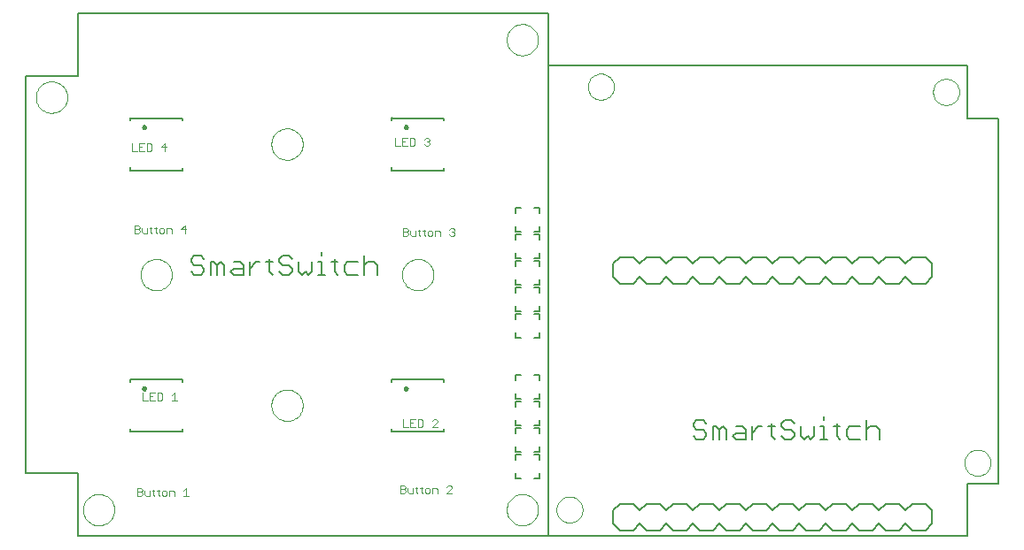
<source format=gto>
G75*
%MOIN*%
%OFA0B0*%
%FSLAX24Y24*%
%IPPOS*%
%LPD*%
%AMOC8*
5,1,8,0,0,1.08239X$1,22.5*
%
%ADD10C,0.0000*%
%ADD11C,0.0020*%
%ADD12C,0.0080*%
%ADD13C,0.0060*%
%ADD14C,0.0098*%
%ADD15C,0.0050*%
D10*
X002665Y001484D02*
X002667Y001532D01*
X002673Y001580D01*
X002683Y001627D01*
X002696Y001673D01*
X002714Y001718D01*
X002734Y001762D01*
X002759Y001804D01*
X002787Y001843D01*
X002817Y001880D01*
X002851Y001914D01*
X002888Y001946D01*
X002926Y001975D01*
X002967Y002000D01*
X003010Y002022D01*
X003055Y002040D01*
X003101Y002054D01*
X003148Y002065D01*
X003196Y002072D01*
X003244Y002075D01*
X003292Y002074D01*
X003340Y002069D01*
X003388Y002060D01*
X003434Y002048D01*
X003479Y002031D01*
X003523Y002011D01*
X003565Y001988D01*
X003605Y001961D01*
X003643Y001931D01*
X003678Y001898D01*
X003710Y001862D01*
X003740Y001824D01*
X003766Y001783D01*
X003788Y001740D01*
X003808Y001696D01*
X003823Y001651D01*
X003835Y001604D01*
X003843Y001556D01*
X003847Y001508D01*
X003847Y001460D01*
X003843Y001412D01*
X003835Y001364D01*
X003823Y001317D01*
X003808Y001272D01*
X003788Y001228D01*
X003766Y001185D01*
X003740Y001144D01*
X003710Y001106D01*
X003678Y001070D01*
X003643Y001037D01*
X003605Y001007D01*
X003565Y000980D01*
X003523Y000957D01*
X003479Y000937D01*
X003434Y000920D01*
X003388Y000908D01*
X003340Y000899D01*
X003292Y000894D01*
X003244Y000893D01*
X003196Y000896D01*
X003148Y000903D01*
X003101Y000914D01*
X003055Y000928D01*
X003010Y000946D01*
X002967Y000968D01*
X002926Y000993D01*
X002888Y001022D01*
X002851Y001054D01*
X002817Y001088D01*
X002787Y001125D01*
X002759Y001164D01*
X002734Y001206D01*
X002714Y001250D01*
X002696Y001295D01*
X002683Y001341D01*
X002673Y001388D01*
X002667Y001436D01*
X002665Y001484D01*
X009752Y005421D02*
X009754Y005469D01*
X009760Y005517D01*
X009770Y005564D01*
X009783Y005610D01*
X009801Y005655D01*
X009821Y005699D01*
X009846Y005741D01*
X009874Y005780D01*
X009904Y005817D01*
X009938Y005851D01*
X009975Y005883D01*
X010013Y005912D01*
X010054Y005937D01*
X010097Y005959D01*
X010142Y005977D01*
X010188Y005991D01*
X010235Y006002D01*
X010283Y006009D01*
X010331Y006012D01*
X010379Y006011D01*
X010427Y006006D01*
X010475Y005997D01*
X010521Y005985D01*
X010566Y005968D01*
X010610Y005948D01*
X010652Y005925D01*
X010692Y005898D01*
X010730Y005868D01*
X010765Y005835D01*
X010797Y005799D01*
X010827Y005761D01*
X010853Y005720D01*
X010875Y005677D01*
X010895Y005633D01*
X010910Y005588D01*
X010922Y005541D01*
X010930Y005493D01*
X010934Y005445D01*
X010934Y005397D01*
X010930Y005349D01*
X010922Y005301D01*
X010910Y005254D01*
X010895Y005209D01*
X010875Y005165D01*
X010853Y005122D01*
X010827Y005081D01*
X010797Y005043D01*
X010765Y005007D01*
X010730Y004974D01*
X010692Y004944D01*
X010652Y004917D01*
X010610Y004894D01*
X010566Y004874D01*
X010521Y004857D01*
X010475Y004845D01*
X010427Y004836D01*
X010379Y004831D01*
X010331Y004830D01*
X010283Y004833D01*
X010235Y004840D01*
X010188Y004851D01*
X010142Y004865D01*
X010097Y004883D01*
X010054Y004905D01*
X010013Y004930D01*
X009975Y004959D01*
X009938Y004991D01*
X009904Y005025D01*
X009874Y005062D01*
X009846Y005101D01*
X009821Y005143D01*
X009801Y005187D01*
X009783Y005232D01*
X009770Y005278D01*
X009760Y005325D01*
X009754Y005373D01*
X009752Y005421D01*
X004830Y010343D02*
X004832Y010391D01*
X004838Y010439D01*
X004848Y010486D01*
X004861Y010532D01*
X004879Y010577D01*
X004899Y010621D01*
X004924Y010663D01*
X004952Y010702D01*
X004982Y010739D01*
X005016Y010773D01*
X005053Y010805D01*
X005091Y010834D01*
X005132Y010859D01*
X005175Y010881D01*
X005220Y010899D01*
X005266Y010913D01*
X005313Y010924D01*
X005361Y010931D01*
X005409Y010934D01*
X005457Y010933D01*
X005505Y010928D01*
X005553Y010919D01*
X005599Y010907D01*
X005644Y010890D01*
X005688Y010870D01*
X005730Y010847D01*
X005770Y010820D01*
X005808Y010790D01*
X005843Y010757D01*
X005875Y010721D01*
X005905Y010683D01*
X005931Y010642D01*
X005953Y010599D01*
X005973Y010555D01*
X005988Y010510D01*
X006000Y010463D01*
X006008Y010415D01*
X006012Y010367D01*
X006012Y010319D01*
X006008Y010271D01*
X006000Y010223D01*
X005988Y010176D01*
X005973Y010131D01*
X005953Y010087D01*
X005931Y010044D01*
X005905Y010003D01*
X005875Y009965D01*
X005843Y009929D01*
X005808Y009896D01*
X005770Y009866D01*
X005730Y009839D01*
X005688Y009816D01*
X005644Y009796D01*
X005599Y009779D01*
X005553Y009767D01*
X005505Y009758D01*
X005457Y009753D01*
X005409Y009752D01*
X005361Y009755D01*
X005313Y009762D01*
X005266Y009773D01*
X005220Y009787D01*
X005175Y009805D01*
X005132Y009827D01*
X005091Y009852D01*
X005053Y009881D01*
X005016Y009913D01*
X004982Y009947D01*
X004952Y009984D01*
X004924Y010023D01*
X004899Y010065D01*
X004879Y010109D01*
X004861Y010154D01*
X004848Y010200D01*
X004838Y010247D01*
X004832Y010295D01*
X004830Y010343D01*
X009752Y015264D02*
X009754Y015312D01*
X009760Y015360D01*
X009770Y015407D01*
X009783Y015453D01*
X009801Y015498D01*
X009821Y015542D01*
X009846Y015584D01*
X009874Y015623D01*
X009904Y015660D01*
X009938Y015694D01*
X009975Y015726D01*
X010013Y015755D01*
X010054Y015780D01*
X010097Y015802D01*
X010142Y015820D01*
X010188Y015834D01*
X010235Y015845D01*
X010283Y015852D01*
X010331Y015855D01*
X010379Y015854D01*
X010427Y015849D01*
X010475Y015840D01*
X010521Y015828D01*
X010566Y015811D01*
X010610Y015791D01*
X010652Y015768D01*
X010692Y015741D01*
X010730Y015711D01*
X010765Y015678D01*
X010797Y015642D01*
X010827Y015604D01*
X010853Y015563D01*
X010875Y015520D01*
X010895Y015476D01*
X010910Y015431D01*
X010922Y015384D01*
X010930Y015336D01*
X010934Y015288D01*
X010934Y015240D01*
X010930Y015192D01*
X010922Y015144D01*
X010910Y015097D01*
X010895Y015052D01*
X010875Y015008D01*
X010853Y014965D01*
X010827Y014924D01*
X010797Y014886D01*
X010765Y014850D01*
X010730Y014817D01*
X010692Y014787D01*
X010652Y014760D01*
X010610Y014737D01*
X010566Y014717D01*
X010521Y014700D01*
X010475Y014688D01*
X010427Y014679D01*
X010379Y014674D01*
X010331Y014673D01*
X010283Y014676D01*
X010235Y014683D01*
X010188Y014694D01*
X010142Y014708D01*
X010097Y014726D01*
X010054Y014748D01*
X010013Y014773D01*
X009975Y014802D01*
X009938Y014834D01*
X009904Y014868D01*
X009874Y014905D01*
X009846Y014944D01*
X009821Y014986D01*
X009801Y015030D01*
X009783Y015075D01*
X009770Y015121D01*
X009760Y015168D01*
X009754Y015216D01*
X009752Y015264D01*
X000893Y017035D02*
X000895Y017083D01*
X000901Y017131D01*
X000911Y017178D01*
X000924Y017224D01*
X000942Y017269D01*
X000962Y017313D01*
X000987Y017355D01*
X001015Y017394D01*
X001045Y017431D01*
X001079Y017465D01*
X001116Y017497D01*
X001154Y017526D01*
X001195Y017551D01*
X001238Y017573D01*
X001283Y017591D01*
X001329Y017605D01*
X001376Y017616D01*
X001424Y017623D01*
X001472Y017626D01*
X001520Y017625D01*
X001568Y017620D01*
X001616Y017611D01*
X001662Y017599D01*
X001707Y017582D01*
X001751Y017562D01*
X001793Y017539D01*
X001833Y017512D01*
X001871Y017482D01*
X001906Y017449D01*
X001938Y017413D01*
X001968Y017375D01*
X001994Y017334D01*
X002016Y017291D01*
X002036Y017247D01*
X002051Y017202D01*
X002063Y017155D01*
X002071Y017107D01*
X002075Y017059D01*
X002075Y017011D01*
X002071Y016963D01*
X002063Y016915D01*
X002051Y016868D01*
X002036Y016823D01*
X002016Y016779D01*
X001994Y016736D01*
X001968Y016695D01*
X001938Y016657D01*
X001906Y016621D01*
X001871Y016588D01*
X001833Y016558D01*
X001793Y016531D01*
X001751Y016508D01*
X001707Y016488D01*
X001662Y016471D01*
X001616Y016459D01*
X001568Y016450D01*
X001520Y016445D01*
X001472Y016444D01*
X001424Y016447D01*
X001376Y016454D01*
X001329Y016465D01*
X001283Y016479D01*
X001238Y016497D01*
X001195Y016519D01*
X001154Y016544D01*
X001116Y016573D01*
X001079Y016605D01*
X001045Y016639D01*
X001015Y016676D01*
X000987Y016715D01*
X000962Y016757D01*
X000942Y016801D01*
X000924Y016846D01*
X000911Y016892D01*
X000901Y016939D01*
X000895Y016987D01*
X000893Y017035D01*
X014673Y010343D02*
X014675Y010391D01*
X014681Y010439D01*
X014691Y010486D01*
X014704Y010532D01*
X014722Y010577D01*
X014742Y010621D01*
X014767Y010663D01*
X014795Y010702D01*
X014825Y010739D01*
X014859Y010773D01*
X014896Y010805D01*
X014934Y010834D01*
X014975Y010859D01*
X015018Y010881D01*
X015063Y010899D01*
X015109Y010913D01*
X015156Y010924D01*
X015204Y010931D01*
X015252Y010934D01*
X015300Y010933D01*
X015348Y010928D01*
X015396Y010919D01*
X015442Y010907D01*
X015487Y010890D01*
X015531Y010870D01*
X015573Y010847D01*
X015613Y010820D01*
X015651Y010790D01*
X015686Y010757D01*
X015718Y010721D01*
X015748Y010683D01*
X015774Y010642D01*
X015796Y010599D01*
X015816Y010555D01*
X015831Y010510D01*
X015843Y010463D01*
X015851Y010415D01*
X015855Y010367D01*
X015855Y010319D01*
X015851Y010271D01*
X015843Y010223D01*
X015831Y010176D01*
X015816Y010131D01*
X015796Y010087D01*
X015774Y010044D01*
X015748Y010003D01*
X015718Y009965D01*
X015686Y009929D01*
X015651Y009896D01*
X015613Y009866D01*
X015573Y009839D01*
X015531Y009816D01*
X015487Y009796D01*
X015442Y009779D01*
X015396Y009767D01*
X015348Y009758D01*
X015300Y009753D01*
X015252Y009752D01*
X015204Y009755D01*
X015156Y009762D01*
X015109Y009773D01*
X015063Y009787D01*
X015018Y009805D01*
X014975Y009827D01*
X014934Y009852D01*
X014896Y009881D01*
X014859Y009913D01*
X014825Y009947D01*
X014795Y009984D01*
X014767Y010023D01*
X014742Y010065D01*
X014722Y010109D01*
X014704Y010154D01*
X014691Y010200D01*
X014681Y010247D01*
X014675Y010295D01*
X014673Y010343D01*
X021662Y017429D02*
X021664Y017473D01*
X021670Y017517D01*
X021680Y017560D01*
X021693Y017602D01*
X021711Y017642D01*
X021732Y017681D01*
X021756Y017718D01*
X021783Y017753D01*
X021814Y017785D01*
X021847Y017814D01*
X021883Y017840D01*
X021921Y017862D01*
X021961Y017881D01*
X022002Y017897D01*
X022045Y017909D01*
X022088Y017917D01*
X022132Y017921D01*
X022176Y017921D01*
X022220Y017917D01*
X022263Y017909D01*
X022306Y017897D01*
X022347Y017881D01*
X022387Y017862D01*
X022425Y017840D01*
X022461Y017814D01*
X022494Y017785D01*
X022525Y017753D01*
X022552Y017718D01*
X022576Y017681D01*
X022597Y017642D01*
X022615Y017602D01*
X022628Y017560D01*
X022638Y017517D01*
X022644Y017473D01*
X022646Y017429D01*
X022644Y017385D01*
X022638Y017341D01*
X022628Y017298D01*
X022615Y017256D01*
X022597Y017216D01*
X022576Y017177D01*
X022552Y017140D01*
X022525Y017105D01*
X022494Y017073D01*
X022461Y017044D01*
X022425Y017018D01*
X022387Y016996D01*
X022347Y016977D01*
X022306Y016961D01*
X022263Y016949D01*
X022220Y016941D01*
X022176Y016937D01*
X022132Y016937D01*
X022088Y016941D01*
X022045Y016949D01*
X022002Y016961D01*
X021961Y016977D01*
X021921Y016996D01*
X021883Y017018D01*
X021847Y017044D01*
X021814Y017073D01*
X021783Y017105D01*
X021756Y017140D01*
X021732Y017177D01*
X021711Y017216D01*
X021693Y017256D01*
X021680Y017298D01*
X021670Y017341D01*
X021664Y017385D01*
X021662Y017429D01*
X018610Y019201D02*
X018612Y019249D01*
X018618Y019297D01*
X018628Y019344D01*
X018641Y019390D01*
X018659Y019435D01*
X018679Y019479D01*
X018704Y019521D01*
X018732Y019560D01*
X018762Y019597D01*
X018796Y019631D01*
X018833Y019663D01*
X018871Y019692D01*
X018912Y019717D01*
X018955Y019739D01*
X019000Y019757D01*
X019046Y019771D01*
X019093Y019782D01*
X019141Y019789D01*
X019189Y019792D01*
X019237Y019791D01*
X019285Y019786D01*
X019333Y019777D01*
X019379Y019765D01*
X019424Y019748D01*
X019468Y019728D01*
X019510Y019705D01*
X019550Y019678D01*
X019588Y019648D01*
X019623Y019615D01*
X019655Y019579D01*
X019685Y019541D01*
X019711Y019500D01*
X019733Y019457D01*
X019753Y019413D01*
X019768Y019368D01*
X019780Y019321D01*
X019788Y019273D01*
X019792Y019225D01*
X019792Y019177D01*
X019788Y019129D01*
X019780Y019081D01*
X019768Y019034D01*
X019753Y018989D01*
X019733Y018945D01*
X019711Y018902D01*
X019685Y018861D01*
X019655Y018823D01*
X019623Y018787D01*
X019588Y018754D01*
X019550Y018724D01*
X019510Y018697D01*
X019468Y018674D01*
X019424Y018654D01*
X019379Y018637D01*
X019333Y018625D01*
X019285Y018616D01*
X019237Y018611D01*
X019189Y018610D01*
X019141Y018613D01*
X019093Y018620D01*
X019046Y018631D01*
X019000Y018645D01*
X018955Y018663D01*
X018912Y018685D01*
X018871Y018710D01*
X018833Y018739D01*
X018796Y018771D01*
X018762Y018805D01*
X018732Y018842D01*
X018704Y018881D01*
X018679Y018923D01*
X018659Y018967D01*
X018641Y019012D01*
X018628Y019058D01*
X018618Y019105D01*
X018612Y019153D01*
X018610Y019201D01*
X034654Y017232D02*
X034656Y017276D01*
X034662Y017320D01*
X034672Y017363D01*
X034685Y017405D01*
X034703Y017445D01*
X034724Y017484D01*
X034748Y017521D01*
X034775Y017556D01*
X034806Y017588D01*
X034839Y017617D01*
X034875Y017643D01*
X034913Y017665D01*
X034953Y017684D01*
X034994Y017700D01*
X035037Y017712D01*
X035080Y017720D01*
X035124Y017724D01*
X035168Y017724D01*
X035212Y017720D01*
X035255Y017712D01*
X035298Y017700D01*
X035339Y017684D01*
X035379Y017665D01*
X035417Y017643D01*
X035453Y017617D01*
X035486Y017588D01*
X035517Y017556D01*
X035544Y017521D01*
X035568Y017484D01*
X035589Y017445D01*
X035607Y017405D01*
X035620Y017363D01*
X035630Y017320D01*
X035636Y017276D01*
X035638Y017232D01*
X035636Y017188D01*
X035630Y017144D01*
X035620Y017101D01*
X035607Y017059D01*
X035589Y017019D01*
X035568Y016980D01*
X035544Y016943D01*
X035517Y016908D01*
X035486Y016876D01*
X035453Y016847D01*
X035417Y016821D01*
X035379Y016799D01*
X035339Y016780D01*
X035298Y016764D01*
X035255Y016752D01*
X035212Y016744D01*
X035168Y016740D01*
X035124Y016740D01*
X035080Y016744D01*
X035037Y016752D01*
X034994Y016764D01*
X034953Y016780D01*
X034913Y016799D01*
X034875Y016821D01*
X034839Y016847D01*
X034806Y016876D01*
X034775Y016908D01*
X034748Y016943D01*
X034724Y016980D01*
X034703Y017019D01*
X034685Y017059D01*
X034672Y017101D01*
X034662Y017144D01*
X034656Y017188D01*
X034654Y017232D01*
X035835Y003256D02*
X035837Y003300D01*
X035843Y003344D01*
X035853Y003387D01*
X035866Y003429D01*
X035884Y003469D01*
X035905Y003508D01*
X035929Y003545D01*
X035956Y003580D01*
X035987Y003612D01*
X036020Y003641D01*
X036056Y003667D01*
X036094Y003689D01*
X036134Y003708D01*
X036175Y003724D01*
X036218Y003736D01*
X036261Y003744D01*
X036305Y003748D01*
X036349Y003748D01*
X036393Y003744D01*
X036436Y003736D01*
X036479Y003724D01*
X036520Y003708D01*
X036560Y003689D01*
X036598Y003667D01*
X036634Y003641D01*
X036667Y003612D01*
X036698Y003580D01*
X036725Y003545D01*
X036749Y003508D01*
X036770Y003469D01*
X036788Y003429D01*
X036801Y003387D01*
X036811Y003344D01*
X036817Y003300D01*
X036819Y003256D01*
X036817Y003212D01*
X036811Y003168D01*
X036801Y003125D01*
X036788Y003083D01*
X036770Y003043D01*
X036749Y003004D01*
X036725Y002967D01*
X036698Y002932D01*
X036667Y002900D01*
X036634Y002871D01*
X036598Y002845D01*
X036560Y002823D01*
X036520Y002804D01*
X036479Y002788D01*
X036436Y002776D01*
X036393Y002768D01*
X036349Y002764D01*
X036305Y002764D01*
X036261Y002768D01*
X036218Y002776D01*
X036175Y002788D01*
X036134Y002804D01*
X036094Y002823D01*
X036056Y002845D01*
X036020Y002871D01*
X035987Y002900D01*
X035956Y002932D01*
X035929Y002967D01*
X035905Y003004D01*
X035884Y003043D01*
X035866Y003083D01*
X035853Y003125D01*
X035843Y003168D01*
X035837Y003212D01*
X035835Y003256D01*
X020480Y001484D02*
X020482Y001528D01*
X020488Y001572D01*
X020498Y001615D01*
X020511Y001657D01*
X020529Y001697D01*
X020550Y001736D01*
X020574Y001773D01*
X020601Y001808D01*
X020632Y001840D01*
X020665Y001869D01*
X020701Y001895D01*
X020739Y001917D01*
X020779Y001936D01*
X020820Y001952D01*
X020863Y001964D01*
X020906Y001972D01*
X020950Y001976D01*
X020994Y001976D01*
X021038Y001972D01*
X021081Y001964D01*
X021124Y001952D01*
X021165Y001936D01*
X021205Y001917D01*
X021243Y001895D01*
X021279Y001869D01*
X021312Y001840D01*
X021343Y001808D01*
X021370Y001773D01*
X021394Y001736D01*
X021415Y001697D01*
X021433Y001657D01*
X021446Y001615D01*
X021456Y001572D01*
X021462Y001528D01*
X021464Y001484D01*
X021462Y001440D01*
X021456Y001396D01*
X021446Y001353D01*
X021433Y001311D01*
X021415Y001271D01*
X021394Y001232D01*
X021370Y001195D01*
X021343Y001160D01*
X021312Y001128D01*
X021279Y001099D01*
X021243Y001073D01*
X021205Y001051D01*
X021165Y001032D01*
X021124Y001016D01*
X021081Y001004D01*
X021038Y000996D01*
X020994Y000992D01*
X020950Y000992D01*
X020906Y000996D01*
X020863Y001004D01*
X020820Y001016D01*
X020779Y001032D01*
X020739Y001051D01*
X020701Y001073D01*
X020665Y001099D01*
X020632Y001128D01*
X020601Y001160D01*
X020574Y001195D01*
X020550Y001232D01*
X020529Y001271D01*
X020511Y001311D01*
X020498Y001353D01*
X020488Y001396D01*
X020482Y001440D01*
X020480Y001484D01*
X018610Y001484D02*
X018612Y001532D01*
X018618Y001580D01*
X018628Y001627D01*
X018641Y001673D01*
X018659Y001718D01*
X018679Y001762D01*
X018704Y001804D01*
X018732Y001843D01*
X018762Y001880D01*
X018796Y001914D01*
X018833Y001946D01*
X018871Y001975D01*
X018912Y002000D01*
X018955Y002022D01*
X019000Y002040D01*
X019046Y002054D01*
X019093Y002065D01*
X019141Y002072D01*
X019189Y002075D01*
X019237Y002074D01*
X019285Y002069D01*
X019333Y002060D01*
X019379Y002048D01*
X019424Y002031D01*
X019468Y002011D01*
X019510Y001988D01*
X019550Y001961D01*
X019588Y001931D01*
X019623Y001898D01*
X019655Y001862D01*
X019685Y001824D01*
X019711Y001783D01*
X019733Y001740D01*
X019753Y001696D01*
X019768Y001651D01*
X019780Y001604D01*
X019788Y001556D01*
X019792Y001508D01*
X019792Y001460D01*
X019788Y001412D01*
X019780Y001364D01*
X019768Y001317D01*
X019753Y001272D01*
X019733Y001228D01*
X019711Y001185D01*
X019685Y001144D01*
X019655Y001106D01*
X019623Y001070D01*
X019588Y001037D01*
X019550Y001007D01*
X019510Y000980D01*
X019468Y000957D01*
X019424Y000937D01*
X019379Y000920D01*
X019333Y000908D01*
X019285Y000899D01*
X019237Y000894D01*
X019189Y000893D01*
X019141Y000896D01*
X019093Y000903D01*
X019046Y000914D01*
X019000Y000928D01*
X018955Y000946D01*
X018912Y000968D01*
X018871Y000993D01*
X018833Y001022D01*
X018796Y001054D01*
X018762Y001088D01*
X018732Y001125D01*
X018704Y001164D01*
X018679Y001206D01*
X018659Y001250D01*
X018641Y001295D01*
X018628Y001341D01*
X018618Y001388D01*
X018612Y001436D01*
X018610Y001484D01*
D11*
X016546Y002110D02*
X016359Y002110D01*
X016546Y002297D01*
X016546Y002344D01*
X016500Y002390D01*
X016406Y002390D01*
X016359Y002344D01*
X015994Y002250D02*
X015994Y002110D01*
X015994Y002250D02*
X015947Y002297D01*
X015807Y002297D01*
X015807Y002110D01*
X015718Y002157D02*
X015718Y002250D01*
X015671Y002297D01*
X015577Y002297D01*
X015531Y002250D01*
X015531Y002157D01*
X015577Y002110D01*
X015671Y002110D01*
X015718Y002157D01*
X015440Y002110D02*
X015393Y002157D01*
X015393Y002344D01*
X015347Y002297D02*
X015440Y002297D01*
X015256Y002297D02*
X015162Y002297D01*
X015209Y002344D02*
X015209Y002157D01*
X015256Y002110D01*
X015073Y002110D02*
X015073Y002297D01*
X014886Y002297D02*
X014886Y002157D01*
X014933Y002110D01*
X015073Y002110D01*
X014797Y002157D02*
X014750Y002110D01*
X014610Y002110D01*
X014610Y002390D01*
X014750Y002390D01*
X014797Y002344D01*
X014797Y002297D01*
X014750Y002250D01*
X014610Y002250D01*
X014750Y002250D02*
X014797Y002203D01*
X014797Y002157D01*
X014710Y004610D02*
X014897Y004610D01*
X014986Y004610D02*
X015173Y004610D01*
X015262Y004610D02*
X015403Y004610D01*
X015449Y004657D01*
X015449Y004844D01*
X015403Y004890D01*
X015262Y004890D01*
X015262Y004610D01*
X015080Y004750D02*
X014986Y004750D01*
X014986Y004890D02*
X014986Y004610D01*
X014710Y004610D02*
X014710Y004890D01*
X014986Y004890D02*
X015173Y004890D01*
X015815Y004844D02*
X015862Y004890D01*
X015955Y004890D01*
X016002Y004844D01*
X016002Y004797D01*
X015815Y004610D01*
X016002Y004610D01*
X006646Y002010D02*
X006459Y002010D01*
X006553Y002010D02*
X006553Y002290D01*
X006459Y002197D01*
X006094Y002150D02*
X006094Y002010D01*
X006094Y002150D02*
X006047Y002197D01*
X005907Y002197D01*
X005907Y002010D01*
X005818Y002057D02*
X005771Y002010D01*
X005677Y002010D01*
X005631Y002057D01*
X005631Y002150D01*
X005677Y002197D01*
X005771Y002197D01*
X005818Y002150D01*
X005818Y002057D01*
X005540Y002010D02*
X005493Y002057D01*
X005493Y002244D01*
X005447Y002197D02*
X005540Y002197D01*
X005356Y002197D02*
X005262Y002197D01*
X005309Y002244D02*
X005309Y002057D01*
X005356Y002010D01*
X005173Y002010D02*
X005173Y002197D01*
X004986Y002197D02*
X004986Y002057D01*
X005033Y002010D01*
X005173Y002010D01*
X004897Y002057D02*
X004850Y002010D01*
X004710Y002010D01*
X004710Y002290D01*
X004850Y002290D01*
X004897Y002244D01*
X004897Y002197D01*
X004850Y002150D01*
X004710Y002150D01*
X004850Y002150D02*
X004897Y002103D01*
X004897Y002057D01*
X004910Y005610D02*
X005097Y005610D01*
X005186Y005610D02*
X005373Y005610D01*
X005462Y005610D02*
X005603Y005610D01*
X005649Y005657D01*
X005649Y005844D01*
X005603Y005890D01*
X005462Y005890D01*
X005462Y005610D01*
X005280Y005750D02*
X005186Y005750D01*
X005186Y005890D02*
X005186Y005610D01*
X004910Y005610D02*
X004910Y005890D01*
X005186Y005890D02*
X005373Y005890D01*
X006015Y005797D02*
X006108Y005890D01*
X006108Y005610D01*
X006015Y005610D02*
X006202Y005610D01*
X005994Y011910D02*
X005994Y012050D01*
X005947Y012097D01*
X005807Y012097D01*
X005807Y011910D01*
X005718Y011957D02*
X005718Y012050D01*
X005671Y012097D01*
X005577Y012097D01*
X005531Y012050D01*
X005531Y011957D01*
X005577Y011910D01*
X005671Y011910D01*
X005718Y011957D01*
X005440Y011910D02*
X005393Y011957D01*
X005393Y012144D01*
X005347Y012097D02*
X005440Y012097D01*
X005256Y012097D02*
X005162Y012097D01*
X005209Y012144D02*
X005209Y011957D01*
X005256Y011910D01*
X005073Y011910D02*
X005073Y012097D01*
X004886Y012097D02*
X004886Y011957D01*
X004933Y011910D01*
X005073Y011910D01*
X004797Y011957D02*
X004797Y012003D01*
X004750Y012050D01*
X004610Y012050D01*
X004610Y011910D02*
X004610Y012190D01*
X004750Y012190D01*
X004797Y012144D01*
X004797Y012097D01*
X004750Y012050D01*
X004797Y011957D02*
X004750Y011910D01*
X004610Y011910D01*
X006359Y012050D02*
X006546Y012050D01*
X006500Y011910D02*
X006500Y012190D01*
X006359Y012050D01*
X005755Y015010D02*
X005755Y015290D01*
X005615Y015150D01*
X005802Y015150D01*
X005249Y015057D02*
X005249Y015244D01*
X005203Y015290D01*
X005062Y015290D01*
X005062Y015010D01*
X005203Y015010D01*
X005249Y015057D01*
X004973Y015010D02*
X004786Y015010D01*
X004786Y015290D01*
X004973Y015290D01*
X004880Y015150D02*
X004786Y015150D01*
X004697Y015010D02*
X004510Y015010D01*
X004510Y015290D01*
X014410Y015210D02*
X014597Y015210D01*
X014686Y015210D02*
X014873Y015210D01*
X014962Y015210D02*
X015103Y015210D01*
X015149Y015257D01*
X015149Y015444D01*
X015103Y015490D01*
X014962Y015490D01*
X014962Y015210D01*
X014780Y015350D02*
X014686Y015350D01*
X014686Y015490D02*
X014686Y015210D01*
X014410Y015210D02*
X014410Y015490D01*
X014686Y015490D02*
X014873Y015490D01*
X015515Y015444D02*
X015562Y015490D01*
X015655Y015490D01*
X015702Y015444D01*
X015702Y015397D01*
X015655Y015350D01*
X015702Y015303D01*
X015702Y015257D01*
X015655Y015210D01*
X015562Y015210D01*
X015515Y015257D01*
X015608Y015350D02*
X015655Y015350D01*
X015493Y012044D02*
X015493Y011857D01*
X015540Y011810D01*
X015631Y011857D02*
X015677Y011810D01*
X015771Y011810D01*
X015818Y011857D01*
X015818Y011950D01*
X015771Y011997D01*
X015677Y011997D01*
X015631Y011950D01*
X015631Y011857D01*
X015540Y011997D02*
X015447Y011997D01*
X015356Y011997D02*
X015262Y011997D01*
X015309Y012044D02*
X015309Y011857D01*
X015356Y011810D01*
X015173Y011810D02*
X015173Y011997D01*
X014986Y011997D02*
X014986Y011857D01*
X015033Y011810D01*
X015173Y011810D01*
X014897Y011857D02*
X014850Y011810D01*
X014710Y011810D01*
X014710Y012090D01*
X014850Y012090D01*
X014897Y012044D01*
X014897Y011997D01*
X014850Y011950D01*
X014710Y011950D01*
X014850Y011950D02*
X014897Y011903D01*
X014897Y011857D01*
X015907Y011810D02*
X015907Y011997D01*
X016047Y011997D01*
X016094Y011950D01*
X016094Y011810D01*
X016459Y011857D02*
X016506Y011810D01*
X016600Y011810D01*
X016646Y011857D01*
X016646Y011903D01*
X016600Y011950D01*
X016553Y011950D01*
X016600Y011950D02*
X016646Y011997D01*
X016646Y012044D01*
X016600Y012090D01*
X016506Y012090D01*
X016459Y012044D01*
D12*
X002469Y002862D02*
X002469Y000500D01*
X035933Y000500D01*
X035933Y002469D01*
X037114Y002469D01*
X037114Y016248D01*
X035933Y016248D01*
X035933Y018217D01*
X020185Y018217D01*
X020185Y020185D01*
X002469Y020185D01*
X002469Y017823D01*
X000500Y017823D01*
X000500Y002862D01*
X002469Y002862D01*
X020185Y000500D02*
X020185Y018217D01*
X022875Y011000D02*
X022625Y010750D01*
X022625Y010250D01*
X022875Y010000D01*
X023375Y010000D01*
X023625Y010250D01*
X023875Y010000D01*
X024375Y010000D01*
X024625Y010250D01*
X024875Y010000D01*
X025375Y010000D01*
X025625Y010250D01*
X025875Y010000D01*
X026375Y010000D01*
X026625Y010250D01*
X026875Y010000D01*
X027375Y010000D01*
X027625Y010250D01*
X027875Y010000D01*
X028375Y010000D01*
X028625Y010250D01*
X028875Y010000D01*
X029375Y010000D01*
X029625Y010250D01*
X029875Y010000D01*
X030375Y010000D01*
X030625Y010250D01*
X030875Y010000D01*
X031375Y010000D01*
X031625Y010250D01*
X031875Y010000D01*
X032375Y010000D01*
X032625Y010250D01*
X032875Y010000D01*
X033375Y010000D01*
X033625Y010250D01*
X033875Y010000D01*
X034375Y010000D01*
X034625Y010250D01*
X034625Y010750D01*
X034375Y011000D01*
X033875Y011000D01*
X033625Y010750D01*
X033375Y011000D01*
X032875Y011000D01*
X032625Y010750D01*
X032375Y011000D01*
X031875Y011000D01*
X031625Y010750D01*
X031375Y011000D01*
X030875Y011000D01*
X030625Y010750D01*
X030375Y011000D01*
X029875Y011000D01*
X029625Y010750D01*
X029375Y011000D01*
X028875Y011000D01*
X028625Y010750D01*
X028375Y011000D01*
X027875Y011000D01*
X027625Y010750D01*
X027375Y011000D01*
X026875Y011000D01*
X026625Y010750D01*
X026375Y011000D01*
X025875Y011000D01*
X025625Y010750D01*
X025375Y011000D01*
X024875Y011000D01*
X024625Y010750D01*
X024375Y011000D01*
X023875Y011000D01*
X023625Y010750D01*
X023375Y011000D01*
X022875Y011000D01*
X022875Y001700D02*
X022625Y001450D01*
X022625Y000950D01*
X022875Y000700D01*
X023375Y000700D01*
X023625Y000950D01*
X023875Y000700D01*
X024375Y000700D01*
X024625Y000950D01*
X024875Y000700D01*
X025375Y000700D01*
X025625Y000950D01*
X025875Y000700D01*
X026375Y000700D01*
X026625Y000950D01*
X026875Y000700D01*
X027375Y000700D01*
X027625Y000950D01*
X027875Y000700D01*
X028375Y000700D01*
X028625Y000950D01*
X028875Y000700D01*
X029375Y000700D01*
X029625Y000950D01*
X029875Y000700D01*
X030375Y000700D01*
X030625Y000950D01*
X030875Y000700D01*
X031375Y000700D01*
X031625Y000950D01*
X031875Y000700D01*
X032375Y000700D01*
X032625Y000950D01*
X032875Y000700D01*
X033375Y000700D01*
X033625Y000950D01*
X033875Y000700D01*
X034375Y000700D01*
X034625Y000950D01*
X034625Y001450D01*
X034375Y001700D01*
X033875Y001700D01*
X033625Y001450D01*
X033375Y001700D01*
X032875Y001700D01*
X032625Y001450D01*
X032375Y001700D01*
X031875Y001700D01*
X031625Y001450D01*
X031375Y001700D01*
X030875Y001700D01*
X030625Y001450D01*
X030375Y001700D01*
X029875Y001700D01*
X029625Y001450D01*
X029375Y001700D01*
X028875Y001700D01*
X028625Y001450D01*
X028375Y001700D01*
X027875Y001700D01*
X027625Y001450D01*
X027375Y001700D01*
X026875Y001700D01*
X026625Y001450D01*
X026375Y001700D01*
X025875Y001700D01*
X025625Y001450D01*
X025375Y001700D01*
X024875Y001700D01*
X024625Y001450D01*
X024375Y001700D01*
X023875Y001700D01*
X023625Y001450D01*
X023375Y001700D01*
X022875Y001700D01*
D13*
X019850Y002650D02*
X019850Y002850D01*
X019850Y002650D02*
X019650Y002650D01*
X019150Y002650D02*
X018950Y002650D01*
X018950Y002850D01*
X018950Y003350D02*
X018950Y003550D01*
X019150Y003550D01*
X019150Y003650D02*
X018950Y003650D01*
X018950Y003850D01*
X019650Y003650D02*
X019850Y003650D01*
X019850Y003850D01*
X019850Y003550D02*
X019650Y003550D01*
X019850Y003550D02*
X019850Y003350D01*
X019850Y004350D02*
X019850Y004550D01*
X019650Y004550D01*
X019650Y004650D02*
X019850Y004650D01*
X019850Y004850D01*
X019150Y004650D02*
X018950Y004650D01*
X018950Y004850D01*
X018950Y004550D02*
X018950Y004350D01*
X018950Y004550D02*
X019150Y004550D01*
X018950Y005350D02*
X018950Y005550D01*
X019150Y005550D01*
X019150Y005650D02*
X018950Y005650D01*
X018950Y005850D01*
X019650Y005650D02*
X019850Y005650D01*
X019850Y005850D01*
X019850Y005550D02*
X019650Y005550D01*
X019850Y005550D02*
X019850Y005350D01*
X019850Y006350D02*
X019850Y006550D01*
X019650Y006550D01*
X019150Y006550D02*
X018950Y006550D01*
X018950Y006350D01*
X018950Y007950D02*
X019150Y007950D01*
X018950Y007950D02*
X018950Y008150D01*
X018950Y008650D02*
X018950Y008850D01*
X019150Y008850D01*
X019150Y008950D02*
X018950Y008950D01*
X018950Y009150D01*
X018950Y009650D02*
X018950Y009850D01*
X019150Y009850D01*
X019150Y009950D02*
X018950Y009950D01*
X018950Y010150D01*
X019650Y009950D02*
X019850Y009950D01*
X019850Y010150D01*
X019850Y009850D02*
X019650Y009850D01*
X019850Y009850D02*
X019850Y009650D01*
X019850Y009150D02*
X019850Y008950D01*
X019650Y008950D01*
X019650Y008850D02*
X019850Y008850D01*
X019850Y008650D01*
X019850Y008150D02*
X019850Y007950D01*
X019650Y007950D01*
X019850Y010650D02*
X019850Y010850D01*
X019650Y010850D01*
X019650Y010950D02*
X019850Y010950D01*
X019850Y011150D01*
X019150Y010950D02*
X018950Y010950D01*
X018950Y011150D01*
X018950Y010850D02*
X018950Y010650D01*
X018950Y010850D02*
X019150Y010850D01*
X018950Y011650D02*
X018950Y011850D01*
X019150Y011850D01*
X019150Y011950D02*
X018950Y011950D01*
X018950Y012150D01*
X019650Y011950D02*
X019850Y011950D01*
X019850Y012150D01*
X019850Y011850D02*
X019650Y011850D01*
X019850Y011850D02*
X019850Y011650D01*
X019850Y012650D02*
X019850Y012850D01*
X019650Y012850D01*
X019150Y012850D02*
X018950Y012850D01*
X018950Y012650D01*
X013731Y010700D02*
X013731Y010330D01*
X013237Y010330D02*
X013237Y011071D01*
X013360Y010824D02*
X013607Y010824D01*
X013731Y010700D01*
X013360Y010824D02*
X013237Y010700D01*
X012994Y010824D02*
X012624Y010824D01*
X012500Y010700D01*
X012500Y010453D01*
X012624Y010330D01*
X012994Y010330D01*
X012256Y010330D02*
X012133Y010453D01*
X012133Y010947D01*
X012256Y010824D02*
X012009Y010824D01*
X011642Y010824D02*
X011642Y010330D01*
X011765Y010330D02*
X011518Y010330D01*
X011275Y010453D02*
X011275Y010824D01*
X011518Y010824D02*
X011642Y010824D01*
X011642Y011071D02*
X011642Y011194D01*
X010781Y010824D02*
X010781Y010453D01*
X010905Y010330D01*
X011028Y010453D01*
X011152Y010330D01*
X011275Y010453D01*
X010539Y010453D02*
X010415Y010330D01*
X010168Y010330D01*
X010045Y010453D01*
X009801Y010330D02*
X009677Y010453D01*
X009677Y010947D01*
X009554Y010824D02*
X009801Y010824D01*
X010045Y010824D02*
X010168Y010700D01*
X010415Y010700D01*
X010539Y010577D01*
X010539Y010453D01*
X010539Y010947D02*
X010415Y011071D01*
X010168Y011071D01*
X010045Y010947D01*
X010045Y010824D01*
X009310Y010824D02*
X009187Y010824D01*
X008940Y010577D01*
X008697Y010577D02*
X008327Y010577D01*
X008203Y010453D01*
X008327Y010330D01*
X008697Y010330D01*
X008697Y010700D01*
X008574Y010824D01*
X008327Y010824D01*
X007960Y010700D02*
X007960Y010330D01*
X007714Y010330D02*
X007714Y010700D01*
X007837Y010824D01*
X007960Y010700D01*
X007714Y010700D02*
X007590Y010824D01*
X007467Y010824D01*
X007467Y010330D01*
X007224Y010453D02*
X007100Y010330D01*
X006853Y010330D01*
X006730Y010453D01*
X006853Y010700D02*
X007100Y010700D01*
X007224Y010577D01*
X007224Y010453D01*
X006853Y010700D02*
X006730Y010824D01*
X006730Y010947D01*
X006853Y011071D01*
X007100Y011071D01*
X007224Y010947D01*
X008940Y010824D02*
X008940Y010330D01*
X025630Y004747D02*
X025630Y004624D01*
X025753Y004500D01*
X026000Y004500D01*
X026124Y004377D01*
X026124Y004253D01*
X026000Y004130D01*
X025753Y004130D01*
X025630Y004253D01*
X026367Y004130D02*
X026367Y004624D01*
X026490Y004624D01*
X026614Y004500D01*
X026737Y004624D01*
X026860Y004500D01*
X026860Y004130D01*
X026614Y004130D02*
X026614Y004500D01*
X026124Y004747D02*
X026000Y004871D01*
X025753Y004871D01*
X025630Y004747D01*
X027103Y004253D02*
X027227Y004377D01*
X027597Y004377D01*
X027597Y004500D02*
X027474Y004624D01*
X027227Y004624D01*
X027597Y004500D02*
X027597Y004130D01*
X027227Y004130D01*
X027103Y004253D01*
X027840Y004130D02*
X027840Y004624D01*
X027840Y004377D02*
X028087Y004624D01*
X028210Y004624D01*
X028454Y004624D02*
X028701Y004624D01*
X028577Y004747D02*
X028577Y004253D01*
X028701Y004130D01*
X028945Y004253D02*
X029068Y004130D01*
X029315Y004130D01*
X029439Y004253D01*
X029439Y004377D01*
X029315Y004500D01*
X029068Y004500D01*
X028945Y004624D01*
X028945Y004747D01*
X029068Y004871D01*
X029315Y004871D01*
X029439Y004747D01*
X029681Y004624D02*
X029681Y004253D01*
X029805Y004130D01*
X029928Y004253D01*
X030052Y004130D01*
X030175Y004253D01*
X030175Y004624D01*
X030418Y004624D02*
X030542Y004624D01*
X030542Y004130D01*
X030665Y004130D02*
X030418Y004130D01*
X031033Y004253D02*
X031156Y004130D01*
X031033Y004253D02*
X031033Y004747D01*
X031156Y004624D02*
X030909Y004624D01*
X030542Y004871D02*
X030542Y004994D01*
X031400Y004500D02*
X031400Y004253D01*
X031524Y004130D01*
X031894Y004130D01*
X032137Y004130D02*
X032137Y004871D01*
X032260Y004624D02*
X032507Y004624D01*
X032631Y004500D01*
X032631Y004130D01*
X032137Y004500D02*
X032260Y004624D01*
X031894Y004624D02*
X031524Y004624D01*
X031400Y004500D01*
D14*
X014762Y006058D02*
X014764Y006071D01*
X014769Y006083D01*
X014778Y006094D01*
X014788Y006102D01*
X014801Y006106D01*
X014814Y006107D01*
X014827Y006104D01*
X014839Y006098D01*
X014849Y006089D01*
X014856Y006078D01*
X014860Y006065D01*
X014860Y006051D01*
X014856Y006038D01*
X014849Y006027D01*
X014839Y006018D01*
X014827Y006012D01*
X014814Y006009D01*
X014801Y006010D01*
X014788Y006014D01*
X014778Y006022D01*
X014769Y006033D01*
X014764Y006045D01*
X014762Y006058D01*
X004920Y006058D02*
X004922Y006071D01*
X004927Y006083D01*
X004936Y006094D01*
X004946Y006102D01*
X004959Y006106D01*
X004972Y006107D01*
X004985Y006104D01*
X004997Y006098D01*
X005007Y006089D01*
X005014Y006078D01*
X005018Y006065D01*
X005018Y006051D01*
X005014Y006038D01*
X005007Y006027D01*
X004997Y006018D01*
X004985Y006012D01*
X004972Y006009D01*
X004959Y006010D01*
X004946Y006014D01*
X004936Y006022D01*
X004927Y006033D01*
X004922Y006045D01*
X004920Y006058D01*
X004920Y015901D02*
X004922Y015914D01*
X004927Y015926D01*
X004936Y015937D01*
X004946Y015945D01*
X004959Y015949D01*
X004972Y015950D01*
X004985Y015947D01*
X004997Y015941D01*
X005007Y015932D01*
X005014Y015921D01*
X005018Y015908D01*
X005018Y015894D01*
X005014Y015881D01*
X005007Y015870D01*
X004997Y015861D01*
X004985Y015855D01*
X004972Y015852D01*
X004959Y015853D01*
X004946Y015857D01*
X004936Y015865D01*
X004927Y015876D01*
X004922Y015888D01*
X004920Y015901D01*
X014762Y015901D02*
X014764Y015914D01*
X014769Y015926D01*
X014778Y015937D01*
X014788Y015945D01*
X014801Y015949D01*
X014814Y015950D01*
X014827Y015947D01*
X014839Y015941D01*
X014849Y015932D01*
X014856Y015921D01*
X014860Y015908D01*
X014860Y015894D01*
X014856Y015881D01*
X014849Y015870D01*
X014839Y015861D01*
X014827Y015855D01*
X014814Y015852D01*
X014801Y015853D01*
X014788Y015857D01*
X014778Y015865D01*
X014769Y015876D01*
X014764Y015888D01*
X014762Y015901D01*
D15*
X014276Y016150D02*
X014276Y016250D01*
X014296Y016250D01*
X014296Y016248D01*
X016245Y016248D01*
X016245Y016157D01*
X016252Y014369D02*
X016252Y014280D01*
X014296Y014280D01*
X014296Y014281D01*
X014276Y014281D01*
X014276Y014388D01*
X006409Y014280D02*
X006409Y014369D01*
X006409Y014280D02*
X004453Y014280D01*
X004453Y014281D01*
X004433Y014281D01*
X004433Y014388D01*
X004433Y016150D02*
X004433Y016250D01*
X004453Y016250D01*
X004453Y016248D01*
X006402Y016248D01*
X006402Y016157D01*
X006402Y006405D02*
X004453Y006405D01*
X004453Y006407D01*
X004433Y006407D01*
X004433Y006307D01*
X006402Y006314D02*
X006402Y006405D01*
X006409Y004526D02*
X006409Y004437D01*
X004453Y004437D01*
X004453Y004438D01*
X004433Y004438D01*
X004433Y004545D01*
X014276Y004545D02*
X014276Y004438D01*
X014296Y004438D01*
X014296Y004437D01*
X016252Y004437D01*
X016252Y004526D01*
X016245Y006314D02*
X016245Y006405D01*
X014296Y006405D01*
X014296Y006407D01*
X014276Y006407D01*
X014276Y006307D01*
M02*

</source>
